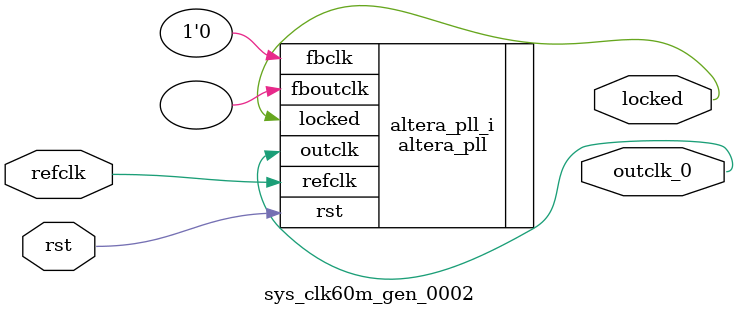
<source format=v>
`timescale 1ns/10ps
module  sys_clk60m_gen_0002(

	// interface 'refclk'
	input wire refclk,

	// interface 'reset'
	input wire rst,

	// interface 'outclk0'
	output wire outclk_0,

	// interface 'locked'
	output wire locked
);

	altera_pll #(
		.fractional_vco_multiplier("false"),
		.reference_clock_frequency("60.0 MHz"),
		.operation_mode("direct"),
		.number_of_clocks(1),
		.output_clock_frequency0("62.500000 MHz"),
		.phase_shift0("0 ps"),
		.duty_cycle0(50),
		.output_clock_frequency1("0 MHz"),
		.phase_shift1("0 ps"),
		.duty_cycle1(50),
		.output_clock_frequency2("0 MHz"),
		.phase_shift2("0 ps"),
		.duty_cycle2(50),
		.output_clock_frequency3("0 MHz"),
		.phase_shift3("0 ps"),
		.duty_cycle3(50),
		.output_clock_frequency4("0 MHz"),
		.phase_shift4("0 ps"),
		.duty_cycle4(50),
		.output_clock_frequency5("0 MHz"),
		.phase_shift5("0 ps"),
		.duty_cycle5(50),
		.output_clock_frequency6("0 MHz"),
		.phase_shift6("0 ps"),
		.duty_cycle6(50),
		.output_clock_frequency7("0 MHz"),
		.phase_shift7("0 ps"),
		.duty_cycle7(50),
		.output_clock_frequency8("0 MHz"),
		.phase_shift8("0 ps"),
		.duty_cycle8(50),
		.output_clock_frequency9("0 MHz"),
		.phase_shift9("0 ps"),
		.duty_cycle9(50),
		.output_clock_frequency10("0 MHz"),
		.phase_shift10("0 ps"),
		.duty_cycle10(50),
		.output_clock_frequency11("0 MHz"),
		.phase_shift11("0 ps"),
		.duty_cycle11(50),
		.output_clock_frequency12("0 MHz"),
		.phase_shift12("0 ps"),
		.duty_cycle12(50),
		.output_clock_frequency13("0 MHz"),
		.phase_shift13("0 ps"),
		.duty_cycle13(50),
		.output_clock_frequency14("0 MHz"),
		.phase_shift14("0 ps"),
		.duty_cycle14(50),
		.output_clock_frequency15("0 MHz"),
		.phase_shift15("0 ps"),
		.duty_cycle15(50),
		.output_clock_frequency16("0 MHz"),
		.phase_shift16("0 ps"),
		.duty_cycle16(50),
		.output_clock_frequency17("0 MHz"),
		.phase_shift17("0 ps"),
		.duty_cycle17(50),
		.pll_type("General"),
		.pll_subtype("General")
	) altera_pll_i (
		.rst	(rst),
		.outclk	({outclk_0}),
		.locked	(locked),
		.fboutclk	( ),
		.fbclk	(1'b0),
		.refclk	(refclk)
	);
endmodule


</source>
